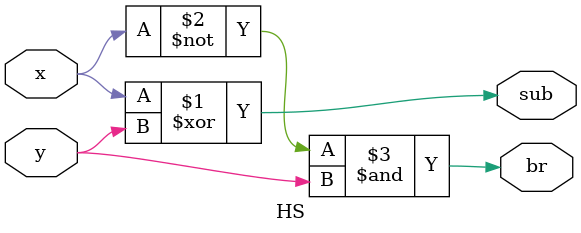
<source format=v>
`timescale 1ns / 1ps


module HS(x,y,br,sub);
input x,y;
output br,sub;

assign sub = x^y;
assign br = ~x & y;
endmodule

</source>
